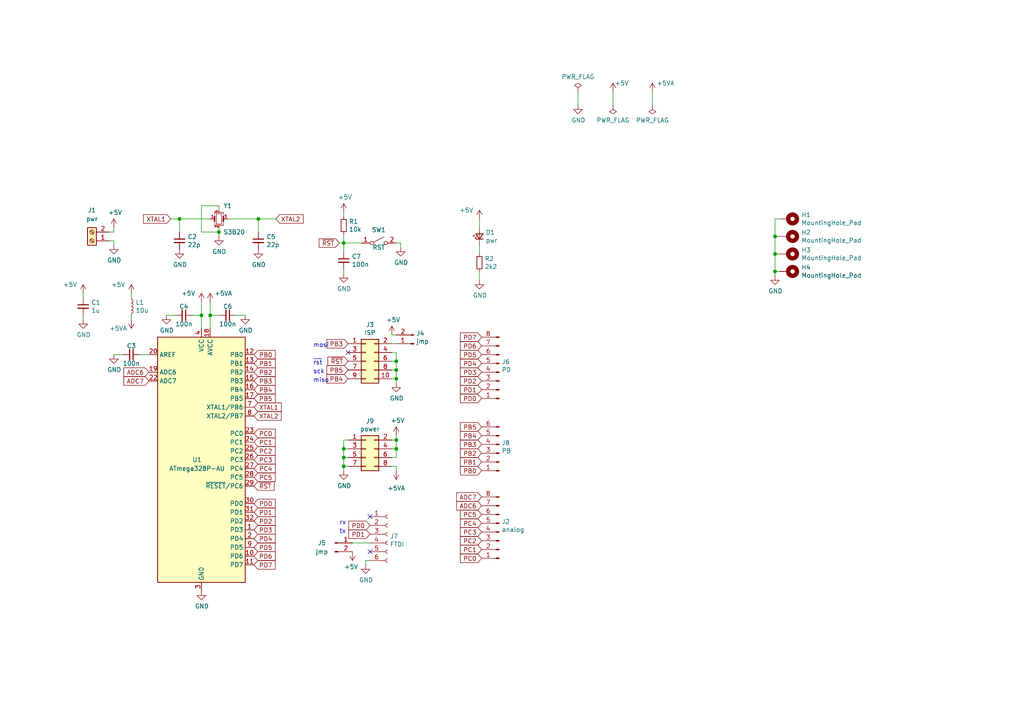
<source format=kicad_sch>
(kicad_sch (version 20211123) (generator eeschema)
  (paper "A4")
  (lib_symbols
    (symbol "Connector:Conn_01x02_Male" (pin_names (offset 1.016) hide)
      (property "Reference" "J" (at 0 2.54 0))
      (property "Value" "Conn_01x02_Male" (at 0 -5.08 0))
      (symbol "Conn_01x02_Male_1_1"
        (polyline (pts (xy 1.27 -2.54) (xy 0.8636 -2.54)) (stroke (width 0.1524)))
        (polyline (pts (xy 1.27 0) (xy 0.8636 0)) (stroke (width 0.1524)))
        (rectangle (start 0.8636 -2.413) (end 0 -2.667) (stroke (width 0.1524)) (fill (type outline)))
        (rectangle (start 0.8636 0.127) (end 0 -0.127) (stroke (width 0.1524)) (fill (type outline)))
        (pin passive line (at 5.08 0 180) (length 3.81) (name "Pin_1") (number "1"))
        (pin passive line (at 5.08 -2.54 180) (length 3.81) (name "Pin_2") (number "2"))
      )
    )
    (symbol "Connector:Conn_01x06_Female" (pin_names (offset 1.016) hide)
      (property "Reference" "J" (at 0 7.62 0))
      (property "Value" "Conn_01x06_Female" (at 0 -10.16 0))
      (symbol "Conn_01x06_Female_1_1"
        (arc (start 0 -7.112) (mid -0.508 -7.62) (end 0 -8.128) (stroke (width 0.1524)))
        (arc (start 0 -4.572) (mid -0.508 -5.08) (end 0 -5.588) (stroke (width 0.1524)))
        (arc (start 0 -2.032) (mid -0.508 -2.54) (end 0 -3.048) (stroke (width 0.1524)))
        (polyline (pts (xy -1.27 -7.62) (xy -0.508 -7.62)) (stroke (width 0.1524)))
        (polyline (pts (xy -1.27 -5.08) (xy -0.508 -5.08)) (stroke (width 0.1524)))
        (polyline (pts (xy -1.27 -2.54) (xy -0.508 -2.54)) (stroke (width 0.1524)))
        (polyline (pts (xy -1.27 0) (xy -0.508 0)) (stroke (width 0.1524)))
        (polyline (pts (xy -1.27 2.54) (xy -0.508 2.54)) (stroke (width 0.1524)))
        (polyline (pts (xy -1.27 5.08) (xy -0.508 5.08)) (stroke (width 0.1524)))
        (arc (start 0 0.508) (mid -0.508 0) (end 0 -0.508) (stroke (width 0.1524)))
        (arc (start 0 3.048) (mid -0.508 2.54) (end 0 2.032) (stroke (width 0.1524)))
        (arc (start 0 5.588) (mid -0.508 5.08) (end 0 4.572) (stroke (width 0.1524)))
        (pin passive line (at -5.08 5.08 0) (length 3.81) (name "Pin_1") (number "1"))
        (pin passive line (at -5.08 2.54 0) (length 3.81) (name "Pin_2") (number "2"))
        (pin passive line (at -5.08 0 0) (length 3.81) (name "Pin_3") (number "3"))
        (pin passive line (at -5.08 -2.54 0) (length 3.81) (name "Pin_4") (number "4"))
        (pin passive line (at -5.08 -5.08 0) (length 3.81) (name "Pin_5") (number "5"))
        (pin passive line (at -5.08 -7.62 0) (length 3.81) (name "Pin_6") (number "6"))
      )
    )
    (symbol "Connector:Conn_01x06_Male" (pin_names (offset 1.016) hide)
      (property "Reference" "J" (at 0 7.62 0))
      (property "Value" "Conn_01x06_Male" (at 0 -10.16 0))
      (symbol "Conn_01x06_Male_1_1"
        (polyline (pts (xy 1.27 -7.62) (xy 0.8636 -7.62)) (stroke (width 0.1524)))
        (polyline (pts (xy 1.27 -5.08) (xy 0.8636 -5.08)) (stroke (width 0.1524)))
        (polyline (pts (xy 1.27 -2.54) (xy 0.8636 -2.54)) (stroke (width 0.1524)))
        (polyline (pts (xy 1.27 0) (xy 0.8636 0)) (stroke (width 0.1524)))
        (polyline (pts (xy 1.27 2.54) (xy 0.8636 2.54)) (stroke (width 0.1524)))
        (polyline (pts (xy 1.27 5.08) (xy 0.8636 5.08)) (stroke (width 0.1524)))
        (rectangle (start 0.8636 -7.493) (end 0 -7.747) (stroke (width 0.1524)) (fill (type outline)))
        (rectangle (start 0.8636 -4.953) (end 0 -5.207) (stroke (width 0.1524)) (fill (type outline)))
        (rectangle (start 0.8636 -2.413) (end 0 -2.667) (stroke (width 0.1524)) (fill (type outline)))
        (rectangle (start 0.8636 0.127) (end 0 -0.127) (stroke (width 0.1524)) (fill (type outline)))
        (rectangle (start 0.8636 2.667) (end 0 2.413) (stroke (width 0.1524)) (fill (type outline)))
        (rectangle (start 0.8636 5.207) (end 0 4.953) (stroke (width 0.1524)) (fill (type outline)))
        (pin passive line (at 5.08 5.08 180) (length 3.81) (name "Pin_1") (number "1"))
        (pin passive line (at 5.08 2.54 180) (length 3.81) (name "Pin_2") (number "2"))
        (pin passive line (at 5.08 0 180) (length 3.81) (name "Pin_3") (number "3"))
        (pin passive line (at 5.08 -2.54 180) (length 3.81) (name "Pin_4") (number "4"))
        (pin passive line (at 5.08 -5.08 180) (length 3.81) (name "Pin_5") (number "5"))
        (pin passive line (at 5.08 -7.62 180) (length 3.81) (name "Pin_6") (number "6"))
      )
    )
    (symbol "Connector:Conn_01x08_Male" (pin_names (offset 1.016) hide)
      (property "Reference" "J" (at 0 10.16 0))
      (property "Value" "Conn_01x08_Male" (at 0 -12.7 0))
      (symbol "Conn_01x08_Male_1_1"
        (polyline (pts (xy 1.27 -10.16) (xy 0.8636 -10.16)) (stroke (width 0.1524)))
        (polyline (pts (xy 1.27 -7.62) (xy 0.8636 -7.62)) (stroke (width 0.1524)))
        (polyline (pts (xy 1.27 -5.08) (xy 0.8636 -5.08)) (stroke (width 0.1524)))
        (polyline (pts (xy 1.27 -2.54) (xy 0.8636 -2.54)) (stroke (width 0.1524)))
        (polyline (pts (xy 1.27 0) (xy 0.8636 0)) (stroke (width 0.1524)))
        (polyline (pts (xy 1.27 2.54) (xy 0.8636 2.54)) (stroke (width 0.1524)))
        (polyline (pts (xy 1.27 5.08) (xy 0.8636 5.08)) (stroke (width 0.1524)))
        (polyline (pts (xy 1.27 7.62) (xy 0.8636 7.62)) (stroke (width 0.1524)))
        (rectangle (start 0.8636 -10.033) (end 0 -10.287) (stroke (width 0.1524)) (fill (type outline)))
        (rectangle (start 0.8636 -7.493) (end 0 -7.747) (stroke (width 0.1524)) (fill (type outline)))
        (rectangle (start 0.8636 -4.953) (end 0 -5.207) (stroke (width 0.1524)) (fill (type outline)))
        (rectangle (start 0.8636 -2.413) (end 0 -2.667) (stroke (width 0.1524)) (fill (type outline)))
        (rectangle (start 0.8636 0.127) (end 0 -0.127) (stroke (width 0.1524)) (fill (type outline)))
        (rectangle (start 0.8636 2.667) (end 0 2.413) (stroke (width 0.1524)) (fill (type outline)))
        (rectangle (start 0.8636 5.207) (end 0 4.953) (stroke (width 0.1524)) (fill (type outline)))
        (rectangle (start 0.8636 7.747) (end 0 7.493) (stroke (width 0.1524)) (fill (type outline)))
        (pin passive line (at 5.08 7.62 180) (length 3.81) (name "Pin_1") (number "1"))
        (pin passive line (at 5.08 5.08 180) (length 3.81) (name "Pin_2") (number "2"))
        (pin passive line (at 5.08 2.54 180) (length 3.81) (name "Pin_3") (number "3"))
        (pin passive line (at 5.08 0 180) (length 3.81) (name "Pin_4") (number "4"))
        (pin passive line (at 5.08 -2.54 180) (length 3.81) (name "Pin_5") (number "5"))
        (pin passive line (at 5.08 -5.08 180) (length 3.81) (name "Pin_6") (number "6"))
        (pin passive line (at 5.08 -7.62 180) (length 3.81) (name "Pin_7") (number "7"))
        (pin passive line (at 5.08 -10.16 180) (length 3.81) (name "Pin_8") (number "8"))
      )
    )
    (symbol "Connector:Screw_Terminal_01x02" (pin_names (offset 1.016) hide)
      (property "Reference" "J" (at 0 2.54 0))
      (property "Value" "Screw_Terminal_01x02" (at 0 -5.08 0))
      (symbol "Screw_Terminal_01x02_1_1"
        (rectangle (start -1.27 1.27) (end 1.27 -3.81) (stroke (width 0.254)) (fill (type background)))
        (circle (center 0 -2.54) (radius 0.635) (stroke (width 0.1524)))
        (polyline (pts (xy -0.5334 -2.2098) (xy 0.3302 -3.048)) (stroke (width 0.1524)))
        (polyline (pts (xy -0.5334 0.3302) (xy 0.3302 -0.508)) (stroke (width 0.1524)))
        (polyline (pts (xy -0.3556 -2.032) (xy 0.508 -2.8702)) (stroke (width 0.1524)))
        (polyline (pts (xy -0.3556 0.508) (xy 0.508 -0.3302)) (stroke (width 0.1524)))
        (circle (center 0 0) (radius 0.635) (stroke (width 0.1524)))
        (pin passive line (at -5.08 0 0) (length 3.81) (name "Pin_1") (number "1"))
        (pin passive line (at -5.08 -2.54 0) (length 3.81) (name "Pin_2") (number "2"))
      )
    )
    (symbol "Connector_Generic:Conn_02x04_Odd_Even" (pin_names (offset 1.016) hide)
      (property "Reference" "J" (at 1.27 5.08 0))
      (property "Value" "Conn_02x04_Odd_Even" (at 1.27 -7.62 0))
      (symbol "Conn_02x04_Odd_Even_1_1"
        (rectangle (start -1.27 -4.953) (end 0 -5.207) (stroke (width 0.1524)))
        (rectangle (start -1.27 -2.413) (end 0 -2.667) (stroke (width 0.1524)))
        (rectangle (start -1.27 0.127) (end 0 -0.127) (stroke (width 0.1524)))
        (rectangle (start -1.27 2.667) (end 0 2.413) (stroke (width 0.1524)))
        (rectangle (start -1.27 3.81) (end 3.81 -6.35) (stroke (width 0.254)) (fill (type background)))
        (rectangle (start 3.81 -4.953) (end 2.54 -5.207) (stroke (width 0.1524)))
        (rectangle (start 3.81 -2.413) (end 2.54 -2.667) (stroke (width 0.1524)))
        (rectangle (start 3.81 0.127) (end 2.54 -0.127) (stroke (width 0.1524)))
        (rectangle (start 3.81 2.667) (end 2.54 2.413) (stroke (width 0.1524)))
        (pin passive line (at -5.08 2.54 0) (length 3.81) (name "Pin_1") (number "1"))
        (pin passive line (at 7.62 2.54 180) (length 3.81) (name "Pin_2") (number "2"))
        (pin passive line (at -5.08 0 0) (length 3.81) (name "Pin_3") (number "3"))
        (pin passive line (at 7.62 0 180) (length 3.81) (name "Pin_4") (number "4"))
        (pin passive line (at -5.08 -2.54 0) (length 3.81) (name "Pin_5") (number "5"))
        (pin passive line (at 7.62 -2.54 180) (length 3.81) (name "Pin_6") (number "6"))
        (pin passive line (at -5.08 -5.08 0) (length 3.81) (name "Pin_7") (number "7"))
        (pin passive line (at 7.62 -5.08 180) (length 3.81) (name "Pin_8") (number "8"))
      )
    )
    (symbol "Connector_Generic:Conn_02x05_Odd_Even" (pin_names (offset 1.016) hide)
      (property "Reference" "J" (at 1.27 7.62 0))
      (property "Value" "Conn_02x05_Odd_Even" (at 1.27 -7.62 0))
      (symbol "Conn_02x05_Odd_Even_1_1"
        (rectangle (start -1.27 -4.953) (end 0 -5.207) (stroke (width 0.1524)))
        (rectangle (start -1.27 -2.413) (end 0 -2.667) (stroke (width 0.1524)))
        (rectangle (start -1.27 0.127) (end 0 -0.127) (stroke (width 0.1524)))
        (rectangle (start -1.27 2.667) (end 0 2.413) (stroke (width 0.1524)))
        (rectangle (start -1.27 5.207) (end 0 4.953) (stroke (width 0.1524)))
        (rectangle (start -1.27 6.35) (end 3.81 -6.35) (stroke (width 0.254)) (fill (type background)))
        (rectangle (start 3.81 -4.953) (end 2.54 -5.207) (stroke (width 0.1524)))
        (rectangle (start 3.81 -2.413) (end 2.54 -2.667) (stroke (width 0.1524)))
        (rectangle (start 3.81 0.127) (end 2.54 -0.127) (stroke (width 0.1524)))
        (rectangle (start 3.81 2.667) (end 2.54 2.413) (stroke (width 0.1524)))
        (rectangle (start 3.81 5.207) (end 2.54 4.953) (stroke (width 0.1524)))
        (pin passive line (at -5.08 5.08 0) (length 3.81) (name "Pin_1") (number "1"))
        (pin passive line (at 7.62 -5.08 180) (length 3.81) (name "Pin_10") (number "10"))
        (pin passive line (at 7.62 5.08 180) (length 3.81) (name "Pin_2") (number "2"))
        (pin passive line (at -5.08 2.54 0) (length 3.81) (name "Pin_3") (number "3"))
        (pin passive line (at 7.62 2.54 180) (length 3.81) (name "Pin_4") (number "4"))
        (pin passive line (at -5.08 0 0) (length 3.81) (name "Pin_5") (number "5"))
        (pin passive line (at 7.62 0 180) (length 3.81) (name "Pin_6") (number "6"))
        (pin passive line (at -5.08 -2.54 0) (length 3.81) (name "Pin_7") (number "7"))
        (pin passive line (at 7.62 -2.54 180) (length 3.81) (name "Pin_8") (number "8"))
        (pin passive line (at -5.08 -5.08 0) (length 3.81) (name "Pin_9") (number "9"))
      )
    )
    (symbol "Device:C_Small" (pin_numbers hide) (pin_names (offset 0.254) hide)
      (property "Reference" "C" (at 0.254 1.778 0))
      (property "Value" "C_Small" (at 0.254 -2.032 0))
      (symbol "C_Small_0_1"
        (polyline (pts (xy -1.524 -0.508) (xy 1.524 -0.508)) (stroke (width 0.3302)))
        (polyline (pts (xy -1.524 0.508) (xy 1.524 0.508)) (stroke (width 0.3048)))
      )
      (symbol "C_Small_1_1"
        (pin passive line (at 0 2.54 270) (length 2.032) (name "~") (number "1"))
        (pin passive line (at 0 -2.54 90) (length 2.032) (name "~") (number "2"))
      )
    )
    (symbol "Device:Crystal_GND24_Small" (pin_names (offset 1.016) hide)
      (property "Reference" "Y" (at 1.27 4.445 0))
      (property "Value" "Crystal_GND24_Small" (at 1.27 2.54 0))
      (symbol "Crystal_GND24_Small_0_1"
        (rectangle (start -0.762 -1.524) (end 0.762 1.524))
        (polyline (pts (xy -1.27 -0.762) (xy -1.27 0.762)) (stroke (width 0.381)))
        (polyline (pts (xy 1.27 -0.762) (xy 1.27 0.762)) (stroke (width 0.381)))
        (polyline (pts (xy -1.27 -1.27) (xy -1.27 -1.905) (xy 1.27 -1.905) (xy 1.27 -1.27)))
        (polyline (pts (xy -1.27 1.27) (xy -1.27 1.905) (xy 1.27 1.905) (xy 1.27 1.27)))
      )
      (symbol "Crystal_GND24_Small_1_1"
        (pin passive line (at -2.54 0 0) (length 1.27) (name "1") (number "1"))
        (pin passive line (at 0 -2.54 90) (length 0.635) (name "2") (number "2"))
        (pin passive line (at 2.54 0 180) (length 1.27) (name "3") (number "3"))
        (pin passive line (at 0 2.54 270) (length 0.635) (name "4") (number "4"))
      )
    )
    (symbol "Device:LED_Small" (pin_numbers hide) (pin_names (offset 0.254) hide)
      (property "Reference" "D" (at -1.27 3.175 0))
      (property "Value" "LED_Small" (at -4.445 -2.54 0))
      (symbol "LED_Small_0_1"
        (polyline (pts (xy -0.762 -1.016) (xy -0.762 1.016)) (stroke (width 0.254)))
        (polyline (pts (xy 1.016 0) (xy -0.762 0)))
        (polyline (pts (xy 0.762 -1.016) (xy -0.762 0) (xy 0.762 1.016) (xy 0.762 -1.016)) (stroke (width 0.254)))
        (polyline (pts (xy 0 0.762) (xy -0.508 1.27) (xy -0.254 1.27) (xy -0.508 1.27) (xy -0.508 1.016)))
        (polyline (pts (xy 0.508 1.27) (xy 0 1.778) (xy 0.254 1.778) (xy 0 1.778) (xy 0 1.524)))
      )
      (symbol "LED_Small_1_1"
        (pin passive line (at -2.54 0 0) (length 1.778) (name "K") (number "1"))
        (pin passive line (at 2.54 0 180) (length 1.778) (name "A") (number "2"))
      )
    )
    (symbol "Device:L_Small" (pin_numbers hide) (pin_names (offset 0.254) hide)
      (property "Reference" "L" (at 0.762 1.016 0))
      (property "Value" "L_Small" (at 0.762 -1.016 0))
      (symbol "L_Small_0_1"
        (arc (start 0 -2.032) (mid 0.508 -1.524) (end 0 -1.016))
        (arc (start 0 -1.016) (mid 0.508 -0.508) (end 0 0))
        (arc (start 0 0) (mid 0.508 0.508) (end 0 1.016))
        (arc (start 0 1.016) (mid 0.508 1.524) (end 0 2.032))
      )
      (symbol "L_Small_1_1"
        (pin passive line (at 0 2.54 270) (length 0.508) (name "~") (number "1"))
        (pin passive line (at 0 -2.54 90) (length 0.508) (name "~") (number "2"))
      )
    )
    (symbol "Device:R_Small" (pin_numbers hide) (pin_names (offset 0.254) hide)
      (property "Reference" "R" (at 0.762 0.508 0))
      (property "Value" "R_Small" (at 0.762 -1.016 0))
      (symbol "R_Small_0_1"
        (rectangle (start -0.762 1.778) (end 0.762 -1.778) (stroke (width 0.2032)))
      )
      (symbol "R_Small_1_1"
        (pin passive line (at 0 2.54 270) (length 0.762) (name "~") (number "1"))
        (pin passive line (at 0 -2.54 90) (length 0.762) (name "~") (number "2"))
      )
    )
    (symbol "MCU_Microchip_ATmega:ATmega328P-AU"
      (property "Reference" "U" (at -12.7 36.83 0))
      (property "Value" "MCU_Microchip_ATmega_ATmega328P-AU" (at 2.54 -36.83 0))
      (symbol "ATmega328P-AU_0_1"
        (rectangle (start -12.7 -35.56) (end 12.7 35.56) (stroke (width 0.254)) (fill (type background)))
      )
      (symbol "ATmega328P-AU_1_1"
        (pin bidirectional line (at 15.24 -20.32 180) (length 2.54) (name "PD3") (number "1"))
        (pin bidirectional line (at 15.24 -27.94 180) (length 2.54) (name "PD6") (number "10"))
        (pin bidirectional line (at 15.24 -30.48 180) (length 2.54) (name "PD7") (number "11"))
        (pin bidirectional line (at 15.24 30.48 180) (length 2.54) (name "PB0") (number "12"))
        (pin bidirectional line (at 15.24 27.94 180) (length 2.54) (name "PB1") (number "13"))
        (pin bidirectional line (at 15.24 25.4 180) (length 2.54) (name "PB2") (number "14"))
        (pin bidirectional line (at 15.24 22.86 180) (length 2.54) (name "PB3") (number "15"))
        (pin bidirectional line (at 15.24 20.32 180) (length 2.54) (name "PB4") (number "16"))
        (pin bidirectional line (at 15.24 17.78 180) (length 2.54) (name "PB5") (number "17"))
        (pin power_in line (at 2.54 38.1 270) (length 2.54) (name "AVCC") (number "18"))
        (pin input line (at -15.24 25.4 0) (length 2.54) (name "ADC6") (number "19"))
        (pin bidirectional line (at 15.24 -22.86 180) (length 2.54) (name "PD4") (number "2"))
        (pin passive line (at -15.24 30.48 0) (length 2.54) (name "AREF") (number "20"))
        (pin passive line (at 0 -38.1 90) (length 2.54) hide (name "GND") (number "21"))
        (pin input line (at -15.24 22.86 0) (length 2.54) (name "ADC7") (number "22"))
        (pin bidirectional line (at 15.24 7.62 180) (length 2.54) (name "PC0") (number "23"))
        (pin bidirectional line (at 15.24 5.08 180) (length 2.54) (name "PC1") (number "24"))
        (pin bidirectional line (at 15.24 2.54 180) (length 2.54) (name "PC2") (number "25"))
        (pin bidirectional line (at 15.24 0 180) (length 2.54) (name "PC3") (number "26"))
        (pin bidirectional line (at 15.24 -2.54 180) (length 2.54) (name "PC4") (number "27"))
        (pin bidirectional line (at 15.24 -5.08 180) (length 2.54) (name "PC5") (number "28"))
        (pin bidirectional line (at 15.24 -7.62 180) (length 2.54) (name "~{RESET}/PC6") (number "29"))
        (pin power_in line (at 0 -38.1 90) (length 2.54) (name "GND") (number "3"))
        (pin bidirectional line (at 15.24 -12.7 180) (length 2.54) (name "PD0") (number "30"))
        (pin bidirectional line (at 15.24 -15.24 180) (length 2.54) (name "PD1") (number "31"))
        (pin bidirectional line (at 15.24 -17.78 180) (length 2.54) (name "PD2") (number "32"))
        (pin power_in line (at 0 38.1 270) (length 2.54) (name "VCC") (number "4"))
        (pin passive line (at 0 -38.1 90) (length 2.54) hide (name "GND") (number "5"))
        (pin passive line (at 0 38.1 270) (length 2.54) hide (name "VCC") (number "6"))
        (pin bidirectional line (at 15.24 15.24 180) (length 2.54) (name "XTAL1/PB6") (number "7"))
        (pin bidirectional line (at 15.24 12.7 180) (length 2.54) (name "XTAL2/PB7") (number "8"))
        (pin bidirectional line (at 15.24 -25.4 180) (length 2.54) (name "PD5") (number "9"))
      )
    )
    (symbol "Mechanical:MountingHole_Pad" (pin_numbers hide) (pin_names (offset 1.016) hide)
      (property "Reference" "H" (at 0 6.35 0))
      (property "Value" "MountingHole_Pad" (at 0 4.445 0))
      (symbol "MountingHole_Pad_0_1"
        (circle (center 0 1.27) (radius 1.27) (stroke (width 1.27)))
      )
      (symbol "MountingHole_Pad_1_1"
        (pin input line (at 0 -2.54 90) (length 2.54) (name "1") (number "1"))
      )
    )
    (symbol "Switch:SW_SPST" (pin_names (offset 0) hide)
      (property "Reference" "SW" (at 0 3.175 0))
      (property "Value" "SW_SPST" (at 0 -2.54 0))
      (symbol "SW_SPST_0_0"
        (circle (center -2.032 0) (radius 0.508))
        (polyline (pts (xy -1.524 0.254) (xy 1.524 1.778)))
        (circle (center 2.032 0) (radius 0.508))
      )
      (symbol "SW_SPST_1_1"
        (pin passive line (at -5.08 0 0) (length 2.54) (name "A") (number "1"))
        (pin passive line (at 5.08 0 180) (length 2.54) (name "B") (number "2"))
      )
    )
    (symbol "power:+5V" (power) (pin_names (offset 0))
      (property "Value" "+5V" (at 0 3.556 0))
      (symbol "+5V_0_1"
        (polyline (pts (xy -0.762 1.27) (xy 0 2.54)))
        (polyline (pts (xy 0 0) (xy 0 2.54)))
        (polyline (pts (xy 0 2.54) (xy 0.762 1.27)))
      )
      (symbol "+5V_1_1"
        (pin power_in line (at 0 0 90) (length 0) hide (name "+5V") (number "1"))
      )
    )
    (symbol "power:+5VA" (power) (pin_names (offset 0))
      (property "Value" "+5VA" (at 0 3.556 0))
      (symbol "+5VA_0_1"
        (polyline (pts (xy -0.762 1.27) (xy 0 2.54)))
        (polyline (pts (xy 0 0) (xy 0 2.54)))
        (polyline (pts (xy 0 2.54) (xy 0.762 1.27)))
      )
      (symbol "+5VA_1_1"
        (pin power_in line (at 0 0 90) (length 0) hide (name "+5VA") (number "1"))
      )
    )
    (symbol "power:GND" (power) (pin_names (offset 0))
      (property "Value" "GND" (at 0 -3.81 0))
      (symbol "GND_0_1"
        (polyline (pts (xy 0 0) (xy 0 -1.27) (xy 1.27 -1.27) (xy 0 -2.54) (xy -1.27 -1.27) (xy 0 -1.27)))
      )
      (symbol "GND_1_1"
        (pin power_in line (at 0 0 270) (length 0) hide (name "GND") (number "1"))
      )
    )
    (symbol "power:PWR_FLAG" (power) (pin_numbers hide) (pin_names (offset 0) hide)
      (property "Value" "PWR_FLAG" (at 0 3.81 0))
      (symbol "PWR_FLAG_0_0"
        (pin power_out line (at 0 0 90) (length 0) (name "pwr") (number "1"))
      )
      (symbol "PWR_FLAG_0_1"
        (polyline (pts (xy 0 0) (xy 0 1.27) (xy -1.016 1.905) (xy 0 2.54) (xy 1.016 1.905) (xy 0 1.27)))
      )
    )
  )
  (junction (at 114.935 104.775))
  (junction (at 99.695 130.175))
  (junction (at 114.935 127.635))
  (junction (at 63.5 67.31))
  (junction (at 52.07 63.5))
  (junction (at 224.79 78.74))
  (junction (at 99.695 132.715))
  (junction (at 74.93 63.5))
  (junction (at 114.935 109.855))
  (junction (at 60.96 91.44))
  (junction (at 224.79 73.66))
  (junction (at 99.695 70.485))
  (junction (at 114.935 107.315))
  (junction (at 58.42 91.44))
  (junction (at 99.695 135.255))
  (junction (at 224.79 68.58))
  (junction (at 114.935 130.175))
  (no_connect (at 107.315 149.86))
  (no_connect (at 107.315 160.02))
  (no_connect (at 100.965 102.235))
  (wire (pts (xy 106.045 163.83) (xy 106.045 162.56)))
  (wire (pts (xy 58.42 59.69) (xy 63.5 59.69)))
  (wire (pts (xy 116.205 70.485) (xy 114.935 70.485)))
  (wire (pts (xy 33.02 69.85) (xy 33.02 71.12)))
  (wire (pts (xy 38.1 86.36) (xy 38.1 85.09)))
  (wire (pts (xy 226.06 78.74) (xy 224.79 78.74)))
  (wire (pts (xy 58.42 67.31) (xy 58.42 59.69)))
  (wire (pts (xy 50.8 91.44) (xy 48.26 91.44)))
  (wire (pts (xy 99.695 132.715) (xy 99.695 135.255)))
  (wire (pts (xy 52.07 67.31) (xy 52.07 63.5)))
  (wire (pts (xy 104.775 70.485) (xy 99.695 70.485)))
  (wire (pts (xy 74.93 63.5) (xy 66.04 63.5)))
  (wire (pts (xy 60.96 91.44) (xy 60.96 87.63)))
  (wire (pts (xy 114.935 99.695) (xy 113.665 99.695)))
  (wire (pts (xy 106.045 162.56) (xy 107.315 162.56)))
  (wire (pts (xy 24.13 86.36) (xy 24.13 85.09)))
  (wire (pts (xy 80.01 63.5) (xy 74.93 63.5)))
  (wire (pts (xy 114.935 104.775) (xy 114.935 107.315)))
  (wire (pts (xy 33.02 67.31) (xy 33.02 66.04)))
  (wire (pts (xy 224.79 73.66) (xy 224.79 68.58)))
  (wire (pts (xy 71.12 91.44) (xy 68.58 91.44)))
  (wire (pts (xy 31.75 67.31) (xy 33.02 67.31)))
  (wire (pts (xy 113.665 104.775) (xy 114.935 104.775)))
  (wire (pts (xy 177.8 26.67) (xy 177.8 30.48)))
  (wire (pts (xy 113.665 102.235) (xy 114.935 102.235)))
  (wire (pts (xy 226.06 68.58) (xy 224.79 68.58)))
  (wire (pts (xy 113.665 107.315) (xy 114.935 107.315)))
  (wire (pts (xy 99.695 70.485) (xy 99.695 67.945)))
  (wire (pts (xy 100.965 135.255) (xy 99.695 135.255)))
  (wire (pts (xy 58.42 87.63) (xy 58.42 91.44)))
  (wire (pts (xy 114.935 107.315) (xy 114.935 109.855)))
  (wire (pts (xy 113.665 132.715) (xy 114.935 132.715)))
  (wire (pts (xy 224.79 63.5) (xy 226.06 63.5)))
  (wire (pts (xy 139.065 66.04) (xy 139.065 63.5)))
  (wire (pts (xy 167.64 30.48) (xy 167.64 26.67)))
  (wire (pts (xy 139.065 81.28) (xy 139.065 78.74)))
  (wire (pts (xy 40.64 102.87) (xy 43.18 102.87)))
  (wire (pts (xy 63.5 68.58) (xy 63.5 67.31)))
  (wire (pts (xy 114.935 126.365) (xy 114.935 127.635)))
  (wire (pts (xy 99.695 79.375) (xy 99.695 78.105)))
  (wire (pts (xy 74.93 67.31) (xy 74.93 63.5)))
  (wire (pts (xy 99.695 127.635) (xy 100.965 127.635)))
  (wire (pts (xy 102.235 157.48) (xy 107.315 157.48)))
  (wire (pts (xy 114.935 109.855) (xy 114.935 111.125)))
  (wire (pts (xy 31.75 69.85) (xy 33.02 69.85)))
  (wire (pts (xy 114.935 132.715) (xy 114.935 130.175)))
  (wire (pts (xy 99.695 132.715) (xy 100.965 132.715)))
  (wire (pts (xy 24.13 92.71) (xy 24.13 91.44)))
  (wire (pts (xy 224.79 68.58) (xy 224.79 63.5)))
  (wire (pts (xy 114.935 102.235) (xy 114.935 104.775)))
  (wire (pts (xy 58.42 91.44) (xy 58.42 95.25)))
  (wire (pts (xy 114.935 135.255) (xy 114.935 136.525)))
  (wire (pts (xy 224.79 78.74) (xy 224.79 73.66)))
  (wire (pts (xy 60.96 91.44) (xy 63.5 91.44)))
  (wire (pts (xy 116.205 71.755) (xy 116.205 70.485)))
  (wire (pts (xy 113.665 135.255) (xy 114.935 135.255)))
  (wire (pts (xy 114.935 130.175) (xy 114.935 127.635)))
  (wire (pts (xy 63.5 67.31) (xy 63.5 66.04)))
  (wire (pts (xy 60.96 95.25) (xy 60.96 91.44)))
  (wire (pts (xy 38.1 92.71) (xy 38.1 91.44)))
  (wire (pts (xy 114.935 130.175) (xy 113.665 130.175)))
  (wire (pts (xy 99.695 135.255) (xy 99.695 136.525)))
  (wire (pts (xy 99.695 130.175) (xy 99.695 132.715)))
  (wire (pts (xy 224.79 78.74) (xy 224.79 80.01)))
  (wire (pts (xy 224.79 73.66) (xy 226.06 73.66)))
  (wire (pts (xy 63.5 59.69) (xy 63.5 60.96)))
  (wire (pts (xy 55.88 91.44) (xy 58.42 91.44)))
  (wire (pts (xy 63.5 67.31) (xy 58.42 67.31)))
  (wire (pts (xy 113.665 109.855) (xy 114.935 109.855)))
  (wire (pts (xy 189.23 30.48) (xy 189.23 26.67)))
  (wire (pts (xy 99.695 73.025) (xy 99.695 70.485)))
  (wire (pts (xy 100.965 130.175) (xy 99.695 130.175)))
  (wire (pts (xy 33.02 102.87) (xy 35.56 102.87)))
  (wire (pts (xy 113.665 97.155) (xy 114.935 97.155)))
  (wire (pts (xy 99.695 62.865) (xy 99.695 61.595)))
  (wire (pts (xy 139.065 73.66) (xy 139.065 71.12)))
  (wire (pts (xy 49.53 63.5) (xy 52.07 63.5)))
  (wire (pts (xy 98.425 70.485) (xy 99.695 70.485)))
  (wire (pts (xy 99.695 127.635) (xy 99.695 130.175)))
  (wire (pts (xy 52.07 63.5) (xy 60.96 63.5)))
  (wire (pts (xy 114.935 127.635) (xy 113.665 127.635)))
  (text "rx" (at 98.425 152.4 0) (effects (font (size 1.27 1.27)) (justify left bottom)))
  (text "tx" (at 98.425 154.94 0) (effects (font (size 1.27 1.27)) (justify left bottom)))
  (text "~{rst}" (at 90.805 106.045 0) (effects (font (size 1.27 1.27)) (justify left bottom)))
  (text "sck" (at 90.805 108.585 0) (effects (font (size 1.27 1.27)) (justify left bottom)))
  (text "mosi" (at 90.805 100.965 0) (effects (font (size 1.27 1.27)) (justify left bottom)))
  (text "miso" (at 90.805 111.125 0) (effects (font (size 1.27 1.27)) (justify left bottom)))
  (global_label "PB3" (shape input) (at 100.965 99.695 180) (property "Intersheet References" "${INTERSHEET_REFS}" (effects hide)))
  (global_label "PD4" (shape input) (at 73.66 156.21 0) (property "Intersheet References" "${INTERSHEET_REFS}" (effects hide)))
  (global_label "PD7" (shape input) (at 73.66 163.83 0) (property "Intersheet References" "${INTERSHEET_REFS}" (effects hide)))
  (global_label "PB2" (shape input) (at 139.7 131.445 180) (property "Intersheet References" "${INTERSHEET_REFS}" (effects hide)))
  (global_label "PB2" (shape input) (at 73.66 107.95 0) (property "Intersheet References" "${INTERSHEET_REFS}" (effects hide)))
  (global_label "PD2" (shape input) (at 73.66 151.13 0) (property "Intersheet References" "${INTERSHEET_REFS}" (effects hide)))
  (global_label "PD3" (shape input) (at 139.7 107.95 180) (property "Intersheet References" "${INTERSHEET_REFS}" (effects hide)))
  (global_label "PB3" (shape input) (at 73.66 110.49 0) (property "Intersheet References" "${INTERSHEET_REFS}" (effects hide)))
  (global_label "PD0" (shape input) (at 73.66 146.05 0) (property "Intersheet References" "${INTERSHEET_REFS}" (effects hide)))
  (global_label "PD7" (shape input) (at 139.7 97.79 180) (property "Intersheet References" "${INTERSHEET_REFS}" (effects hide)))
  (global_label "~{RST}" (shape input) (at 100.965 104.775 180) (property "Intersheet References" "${INTERSHEET_REFS}" (effects hide)))
  (global_label "ADC6" (shape input) (at 139.7 146.685 180) (property "Intersheet References" "${INTERSHEET_REFS}" (effects hide)))
  (global_label "PB5" (shape input) (at 139.7 123.825 180) (property "Intersheet References" "${INTERSHEET_REFS}" (effects hide)))
  (global_label "PB1" (shape input) (at 139.7 133.985 180) (property "Intersheet References" "${INTERSHEET_REFS}" (effects hide)))
  (global_label "PC0" (shape input) (at 139.7 161.925 180) (property "Intersheet References" "${INTERSHEET_REFS}" (effects hide)))
  (global_label "ADC7" (shape input) (at 43.18 110.49 180) (property "Intersheet References" "${INTERSHEET_REFS}" (effects hide)))
  (global_label "PD0" (shape input) (at 107.315 152.4 180) (property "Intersheet References" "${INTERSHEET_REFS}" (effects hide)))
  (global_label "XTAL2" (shape input) (at 80.01 63.5 0) (property "Intersheet References" "${INTERSHEET_REFS}" (effects hide)))
  (global_label "PC3" (shape input) (at 139.7 154.305 180) (property "Intersheet References" "${INTERSHEET_REFS}" (effects hide)))
  (global_label "PB0" (shape input) (at 73.66 102.87 0) (property "Intersheet References" "${INTERSHEET_REFS}" (effects hide)))
  (global_label "PC0" (shape input) (at 73.66 125.73 0) (property "Intersheet References" "${INTERSHEET_REFS}" (effects hide)))
  (global_label "~{RST}" (shape input) (at 98.425 70.485 180) (property "Intersheet References" "${INTERSHEET_REFS}" (effects hide)))
  (global_label "PC4" (shape input) (at 73.66 135.89 0) (property "Intersheet References" "${INTERSHEET_REFS}" (effects hide)))
  (global_label "PD5" (shape input) (at 73.66 158.75 0) (property "Intersheet References" "${INTERSHEET_REFS}" (effects hide)))
  (global_label "~{RST}" (shape input) (at 73.66 140.97 0) (property "Intersheet References" "${INTERSHEET_REFS}" (effects hide)))
  (global_label "PC1" (shape input) (at 73.66 128.27 0) (property "Intersheet References" "${INTERSHEET_REFS}" (effects hide)))
  (global_label "PB1" (shape input) (at 73.66 105.41 0) (property "Intersheet References" "${INTERSHEET_REFS}" (effects hide)))
  (global_label "PD5" (shape input) (at 139.7 102.87 180) (property "Intersheet References" "${INTERSHEET_REFS}" (effects hide)))
  (global_label "PB5" (shape input) (at 100.965 107.315 180) (property "Intersheet References" "${INTERSHEET_REFS}" (effects hide)))
  (global_label "PD6" (shape input) (at 139.7 100.33 180) (property "Intersheet References" "${INTERSHEET_REFS}" (effects hide)))
  (global_label "PC3" (shape input) (at 73.66 133.35 0) (property "Intersheet References" "${INTERSHEET_REFS}" (effects hide)))
  (global_label "PD3" (shape input) (at 73.66 153.67 0) (property "Intersheet References" "${INTERSHEET_REFS}" (effects hide)))
  (global_label "PB5" (shape input) (at 73.66 115.57 0) (property "Intersheet References" "${INTERSHEET_REFS}" (effects hide)))
  (global_label "PC5" (shape input) (at 139.7 149.225 180) (property "Intersheet References" "${INTERSHEET_REFS}" (effects hide)))
  (global_label "PD2" (shape input) (at 139.7 110.49 180) (property "Intersheet References" "${INTERSHEET_REFS}" (effects hide)))
  (global_label "PC2" (shape input) (at 139.7 156.845 180) (property "Intersheet References" "${INTERSHEET_REFS}" (effects hide)))
  (global_label "PD4" (shape input) (at 139.7 105.41 180) (property "Intersheet References" "${INTERSHEET_REFS}" (effects hide)))
  (global_label "PB4" (shape input) (at 73.66 113.03 0) (property "Intersheet References" "${INTERSHEET_REFS}" (effects hide)))
  (global_label "ADC6" (shape input) (at 43.18 107.95 180) (property "Intersheet References" "${INTERSHEET_REFS}" (effects hide)))
  (global_label "XTAL2" (shape input) (at 73.66 120.65 0) (property "Intersheet References" "${INTERSHEET_REFS}" (effects hide)))
  (global_label "PD1" (shape input) (at 107.315 154.94 180) (property "Intersheet References" "${INTERSHEET_REFS}" (effects hide)))
  (global_label "PB0" (shape input) (at 139.7 136.525 180) (property "Intersheet References" "${INTERSHEET_REFS}" (effects hide)))
  (global_label "XTAL1" (shape input) (at 49.53 63.5 180) (property "Intersheet References" "${INTERSHEET_REFS}" (effects hide)))
  (global_label "PD6" (shape input) (at 73.66 161.29 0) (property "Intersheet References" "${INTERSHEET_REFS}" (effects hide)))
  (global_label "PC2" (shape input) (at 73.66 130.81 0) (property "Intersheet References" "${INTERSHEET_REFS}" (effects hide)))
  (global_label "PB3" (shape input) (at 139.7 128.905 180) (property "Intersheet References" "${INTERSHEET_REFS}" (effects hide)))
  (global_label "PD1" (shape input) (at 139.7 113.03 180) (property "Intersheet References" "${INTERSHEET_REFS}" (effects hide)))
  (global_label "ADC7" (shape input) (at 139.7 144.145 180) (property "Intersheet References" "${INTERSHEET_REFS}" (effects hide)))
  (global_label "PC5" (shape input) (at 73.66 138.43 0) (property "Intersheet References" "${INTERSHEET_REFS}" (effects hide)))
  (global_label "PC1" (shape input) (at 139.7 159.385 180) (property "Intersheet References" "${INTERSHEET_REFS}" (effects hide)))
  (global_label "PB4" (shape input) (at 139.7 126.365 180) (property "Intersheet References" "${INTERSHEET_REFS}" (effects hide)))
  (global_label "XTAL1" (shape input) (at 73.66 118.11 0) (property "Intersheet References" "${INTERSHEET_REFS}" (effects hide)))
  (global_label "PD1" (shape input) (at 73.66 148.59 0) (property "Intersheet References" "${INTERSHEET_REFS}" (effects hide)))
  (global_label "PB4" (shape input) (at 100.965 109.855 180) (property "Intersheet References" "${INTERSHEET_REFS}" (effects hide)))
  (global_label "PC4" (shape input) (at 139.7 151.765 180) (property "Intersheet References" "${INTERSHEET_REFS}" (effects hide)))
  (global_label "PD0" (shape input) (at 139.7 115.57 180) (property "Intersheet References" "${INTERSHEET_REFS}" (effects hide)))
  (symbol (lib_id "MCU_Microchip_ATmega:ATmega328P-AU") (at 58.42 133.35 0) (unit 1)
    (property "Reference" "U1" (at 57.15 133.35 0))
    (property "Value" "ATmega328P-AU" (at 57.15 135.89 0))
    (property "Footprint" "Package_QFP:TQFP-32_7x7mm_P0.8mm" (effects hide))
    (property "Datasheet" "http://ww1.microchip.com/downloads/en/DeviceDoc/ATmega328_P%20AVR%20MCU%20with%20picoPower%20Technology%20Data%20Sheet%2040001984A.pdf" (effects hide))
  )
  (symbol (lib_id "power:GND") (at 58.42 171.45 0) (unit 1)
    (property "Reference" "#PWR013" (effects hide))
    (property "Value" "GND" (at 58.547 175.8442 0))
  )
  (symbol (lib_id "power:+5V") (at 58.42 87.63 0) (unit 1)
    (property "Reference" "#PWR012" (effects hide))
    (property "Value" "+5V" (at 54.61 85.09 0))
  )
  (symbol (lib_id "power:+5VA") (at 60.96 87.63 0) (unit 1)
    (property "Reference" "#PWR014" (effects hide))
    (property "Value" "+5VA" (at 64.77 85.09 0))
  )
  (symbol (lib_id "Device:C_Small") (at 66.04 91.44 270) (unit 1)
    (property "Reference" "C6" (at 66.04 88.9 90))
    (property "Value" "100n" (at 66.04 93.98 90))
    (property "Footprint" "Capacitor_SMD:C_0805_2012Metric_Pad1.15x1.40mm_HandSolder" (effects hide))
  )
  (symbol (lib_id "Device:C_Small") (at 53.34 91.44 270) (unit 1)
    (property "Reference" "C4" (at 53.34 88.9 90))
    (property "Value" "100n" (at 53.34 93.98 90))
    (property "Footprint" "Capacitor_SMD:C_0805_2012Metric_Pad1.15x1.40mm_HandSolder" (effects hide))
  )
  (symbol (lib_id "power:GND") (at 48.26 91.44 0) (unit 1)
    (property "Reference" "#PWR010" (effects hide))
    (property "Value" "GND" (at 48.387 95.8342 0))
  )
  (symbol (lib_id "power:GND") (at 71.12 91.44 0) (unit 1)
    (property "Reference" "#PWR015" (effects hide))
    (property "Value" "GND" (at 71.247 95.8342 0))
  )
  (symbol (lib_id "Device:L_Small") (at 38.1 88.9 0) (unit 1)
    (property "Reference" "L1" (at 39.3192 87.7316 0) (effects (justify left)))
    (property "Value" "10u" (at 39.3192 90.043 0) (effects (justify left)))
    (property "Footprint" "Inductor_SMD:L_0805_2012Metric_Pad1.15x1.40mm_HandSolder" (effects hide))
  )
  (symbol (lib_id "power:+5V") (at 38.1 85.09 0) (unit 1)
    (property "Reference" "#PWR05" (effects hide))
    (property "Value" "+5V" (at 34.29 82.55 0))
  )
  (symbol (lib_id "power:+5VA") (at 38.1 92.71 180) (unit 1)
    (property "Reference" "#PWR06" (effects hide))
    (property "Value" "+5VA" (at 34.29 95.25 0))
  )
  (symbol (lib_id "Device:C_Small") (at 38.1 102.87 270) (unit 1)
    (property "Reference" "C3" (at 38.1 100.33 90))
    (property "Value" "100n" (at 38.1 105.41 90))
    (property "Footprint" "Capacitor_SMD:C_0805_2012Metric_Pad1.15x1.40mm_HandSolder" (effects hide))
  )
  (symbol (lib_id "power:GND") (at 33.02 102.87 0) (unit 1)
    (property "Reference" "#PWR04" (effects hide))
    (property "Value" "GND" (at 33.147 107.2642 0))
  )
  (symbol (lib_id "Connector_Generic:Conn_02x05_Odd_Even") (at 106.045 104.775 0) (unit 1)
    (property "Reference" "J3" (at 107.315 94.1832 0))
    (property "Value" "ISP" (at 107.315 96.4946 0))
    (property "Footprint" "Connector_PinSocket_2.54mm:PinSocket_2x05_P2.54mm_Vertical" (effects hide))
  )
  (symbol (lib_id "power:+5V") (at 113.665 97.155 0) (unit 1)
    (property "Reference" "#PWR021" (effects hide))
    (property "Value" "+5V" (at 114.046 92.7608 0))
  )
  (symbol (lib_id "power:GND") (at 114.935 111.125 0) (unit 1)
    (property "Reference" "#PWR022" (effects hide))
    (property "Value" "GND" (at 115.062 115.5192 0))
  )
  (symbol (lib_id "power:+5V") (at 24.13 85.09 0) (unit 1)
    (property "Reference" "#PWR01" (effects hide))
    (property "Value" "+5V" (at 20.32 82.55 0))
  )
  (symbol (lib_id "Device:C_Small") (at 24.13 88.9 0) (unit 1)
    (property "Reference" "C1" (at 26.4668 87.7316 0) (effects (justify left)))
    (property "Value" "1u" (at 26.4668 90.043 0) (effects (justify left)))
    (property "Footprint" "Capacitor_SMD:C_0805_2012Metric_Pad1.15x1.40mm_HandSolder" (effects hide))
  )
  (symbol (lib_id "Device:R_Small") (at 99.695 65.405 0) (unit 1)
    (property "Reference" "R1" (at 101.1936 64.2366 0) (effects (justify left)))
    (property "Value" "10k" (at 101.1936 66.548 0) (effects (justify left)))
    (property "Footprint" "Resistor_SMD:R_0805_2012Metric_Pad1.15x1.40mm_HandSolder" (effects hide))
  )
  (symbol (lib_id "Device:C_Small") (at 99.695 75.565 0) (unit 1)
    (property "Reference" "C7" (at 102.0318 74.3966 0) (effects (justify left)))
    (property "Value" "100n" (at 102.0318 76.708 0) (effects (justify left)))
    (property "Footprint" "Capacitor_SMD:C_0805_2012Metric_Pad1.15x1.40mm_HandSolder" (effects hide))
  )
  (symbol (lib_id "power:GND") (at 24.13 92.71 0) (unit 1)
    (property "Reference" "#PWR02" (effects hide))
    (property "Value" "GND" (at 24.257 97.1042 0))
  )
  (symbol (lib_id "power:+5V") (at 99.695 61.595 0) (unit 1)
    (property "Reference" "#PWR016" (effects hide))
    (property "Value" "+5V" (at 100.076 57.2008 0))
  )
  (symbol (lib_id "power:GND") (at 99.695 79.375 0) (unit 1)
    (property "Reference" "#PWR017" (effects hide))
    (property "Value" "GND" (at 99.822 83.7692 0))
  )
  (symbol (lib_id "Switch:SW_SPST") (at 109.855 70.485 0) (unit 1)
    (property "Reference" "SW1" (at 109.855 66.675 0))
    (property "Value" "RST" (at 109.855 71.755 0))
    (property "Footprint" "Button_Switch_SMD:SW_Push_1P1T_NO_6x6mm_H9.5mm" (effects hide))
  )
  (symbol (lib_id "Device:Crystal_GND24_Small") (at 63.5 63.5 0) (unit 1)
    (property "Reference" "Y1" (at 64.77 59.69 0) (effects (justify left)))
    (property "Value" "S3B20" (at 64.77 67.31 0) (effects (justify left)))
    (property "Footprint" "Crystal:Crystal_SMD_3225-4Pin_3.2x2.5mm_HandSoldering" (effects hide))
  )
  (symbol (lib_id "power:GND") (at 116.205 71.755 0) (unit 1)
    (property "Reference" "#PWR018" (effects hide))
    (property "Value" "GND" (at 116.332 76.1492 0))
  )
  (symbol (lib_id "power:GND") (at 63.5 68.58 0) (unit 1)
    (property "Reference" "#PWR09" (effects hide))
    (property "Value" "GND" (at 63.627 72.9742 0))
  )
  (symbol (lib_id "Device:C_Small") (at 52.07 69.85 0) (unit 1)
    (property "Reference" "C2" (at 54.4068 68.6816 0) (effects (justify left)))
    (property "Value" "22p" (at 54.4068 70.993 0) (effects (justify left)))
    (property "Footprint" "Capacitor_SMD:C_0805_2012Metric_Pad1.15x1.40mm_HandSolder" (effects hide))
  )
  (symbol (lib_id "Device:C_Small") (at 74.93 69.85 0) (unit 1)
    (property "Reference" "C5" (at 77.2668 68.6816 0) (effects (justify left)))
    (property "Value" "22p" (at 77.2668 70.993 0) (effects (justify left)))
    (property "Footprint" "Capacitor_SMD:C_0805_2012Metric_Pad1.15x1.40mm_HandSolder" (effects hide))
  )
  (symbol (lib_id "power:GND") (at 52.07 72.39 0) (unit 1)
    (property "Reference" "#PWR03" (effects hide))
    (property "Value" "GND" (at 52.197 76.7842 0))
  )
  (symbol (lib_id "power:GND") (at 74.93 72.39 0) (unit 1)
    (property "Reference" "#PWR011" (effects hide))
    (property "Value" "GND" (at 75.057 76.7842 0))
  )
  (symbol (lib_id "Connector:Conn_01x06_Female") (at 112.395 154.94 0) (unit 1)
    (property "Reference" "J7" (at 113.1062 155.5496 0) (effects (justify left)))
    (property "Value" "FTDI" (at 113.1062 157.861 0) (effects (justify left)))
    (property "Footprint" "Connector_PinSocket_2.54mm:PinSocket_1x06_P2.54mm_Vertical" (effects hide))
  )
  (symbol (lib_id "power:GND") (at 106.045 163.83 0) (unit 1)
    (property "Reference" "#PWR024" (effects hide))
    (property "Value" "GND" (at 106.172 168.2242 0))
  )
  (symbol (lib_id "power:+5V") (at 102.235 160.02 180) (unit 1)
    (property "Reference" "#PWR023" (effects hide))
    (property "Value" "+5V" (at 101.854 164.4142 0))
  )
  (symbol (lib_id "power:GND") (at 99.695 136.525 0) (unit 1)
    (property "Reference" "#PWR025" (effects hide))
    (property "Value" "GND" (at 99.822 140.9192 0))
  )
  (symbol (lib_id "power:+5V") (at 114.935 126.365 0) (unit 1)
    (property "Reference" "#PWR026" (effects hide))
    (property "Value" "+5V" (at 115.316 121.9708 0))
  )
  (symbol (lib_id "Connector:Conn_01x08_Male") (at 144.78 154.305 180) (unit 1)
    (property "Reference" "J2" (at 145.4912 151.3078 0) (effects (justify right)))
    (property "Value" "analog" (at 145.4912 153.6192 0) (effects (justify right)))
    (property "Footprint" "Connector_PinHeader_2.54mm:PinHeader_1x08_P2.54mm_Vertical" (effects hide))
  )
  (symbol (lib_id "Connector:Conn_01x08_Male") (at 144.78 107.95 180) (unit 1)
    (property "Reference" "J6" (at 145.4912 104.9528 0) (effects (justify right)))
    (property "Value" "PD" (at 145.4912 107.2642 0) (effects (justify right)))
    (property "Footprint" "Connector_PinHeader_2.54mm:PinHeader_1x08_P2.54mm_Vertical" (effects hide))
  )
  (symbol (lib_id "Connector:Conn_01x06_Male") (at 144.78 131.445 180) (unit 1)
    (property "Reference" "J8" (at 145.4912 128.4478 0) (effects (justify right)))
    (property "Value" "PB" (at 145.4912 130.7592 0) (effects (justify right)))
    (property "Footprint" "Connector_PinHeader_2.54mm:PinHeader_1x06_P2.54mm_Vertical" (effects hide))
  )
  (symbol (lib_id "power:+5V") (at 139.065 63.5 0) (unit 1)
    (property "Reference" "#PWR019" (effects hide))
    (property "Value" "+5V" (at 135.255 60.96 0))
  )
  (symbol (lib_id "power:GND") (at 139.065 81.28 0) (unit 1)
    (property "Reference" "#PWR020" (effects hide))
    (property "Value" "GND" (at 139.192 85.6742 0))
  )
  (symbol (lib_id "Device:LED_Small") (at 139.065 68.58 90) (unit 1)
    (property "Reference" "D1" (at 140.843 67.4116 90) (effects (justify right)))
    (property "Value" "pwr" (at 140.843 69.723 90) (effects (justify right)))
    (property "Footprint" "LED_SMD:LED_0805_2012Metric_Castellated" (effects hide))
  )
  (symbol (lib_id "Device:R_Small") (at 139.065 76.2 0) (unit 1)
    (property "Reference" "R2" (at 140.5636 75.0316 0) (effects (justify left)))
    (property "Value" "2k2" (at 140.5636 77.343 0) (effects (justify left)))
    (property "Footprint" "Resistor_SMD:R_0805_2012Metric_Pad1.15x1.40mm_HandSolder" (effects hide))
  )
  (symbol (lib_id "Connector:Conn_01x02_Male") (at 120.015 99.695 180) (unit 1)
    (property "Reference" "J4" (at 120.7262 96.6978 0) (effects (justify right)))
    (property "Value" "jmp" (at 120.7262 99.0092 0) (effects (justify right)))
    (property "Footprint" "Connector_PinHeader_2.54mm:PinHeader_1x02_P2.54mm_Vertical" (effects hide))
  )
  (symbol (lib_id "Connector:Conn_01x02_Male") (at 97.155 157.48 0) (unit 1)
    (property "Reference" "J5" (at 93.345 157.48 0))
    (property "Value" "jmp" (at 93.345 160.02 0))
    (property "Footprint" "Connector_PinHeader_2.54mm:PinHeader_1x02_P2.54mm_Vertical" (effects hide))
  )
  (symbol (lib_id "Connector:Screw_Terminal_01x02") (at 26.67 69.85 180) (unit 1)
    (property "Reference" "J1" (at 26.67 60.96 0))
    (property "Value" "pwr" (at 26.67 63.5 0))
    (property "Footprint" "TerminalBlock_Phoenix:TerminalBlock_Phoenix_MKDS-1,5-2-5.08_1x02_P5.08mm_Horizontal" (effects hide))
  )
  (symbol (lib_id "power:GND") (at 33.02 71.12 0) (unit 1)
    (property "Reference" "#PWR08" (effects hide))
    (property "Value" "GND" (at 33.147 75.5142 0))
  )
  (symbol (lib_id "power:+5V") (at 33.02 66.04 0) (unit 1)
    (property "Reference" "#PWR07" (effects hide))
    (property "Value" "+5V" (at 33.401 61.6458 0))
  )
  (symbol (lib_id "Connector_Generic:Conn_02x04_Odd_Even") (at 106.045 130.175 0) (unit 1)
    (property "Reference" "J9" (at 107.315 122.1232 0))
    (property "Value" "power" (at 107.315 124.4346 0))
    (property "Footprint" "Connector_PinHeader_2.54mm:PinHeader_2x04_P2.54mm_Vertical" (effects hide))
  )
  (symbol (lib_id "power:+5VA") (at 114.935 136.525 180) (unit 1)
    (property "Reference" "#PWR027" (effects hide))
    (property "Value" "+5VA" (at 114.935 141.605 0))
  )
  (symbol (lib_id "power:PWR_FLAG") (at 167.64 26.67 0) (unit 1)
    (property "Reference" "#FLG01" (effects hide))
    (property "Value" "PWR_FLAG" (at 167.64 22.2758 0))
  )
  (symbol (lib_id "power:PWR_FLAG") (at 177.8 30.48 180) (unit 1)
    (property "Reference" "#FLG02" (effects hide))
    (property "Value" "PWR_FLAG" (at 177.8 34.8742 0))
  )
  (symbol (lib_id "power:PWR_FLAG") (at 189.23 30.48 180) (unit 1)
    (property "Reference" "#FLG03" (effects hide))
    (property "Value" "PWR_FLAG" (at 189.23 34.8742 0))
  )
  (symbol (lib_id "power:+5V") (at 177.8 26.67 0) (unit 1)
    (property "Reference" "#PWR029" (effects hide))
    (property "Value" "+5V" (at 180.34 24.13 0))
  )
  (symbol (lib_id "power:+5VA") (at 189.23 26.67 0) (unit 1)
    (property "Reference" "#PWR030" (effects hide))
    (property "Value" "+5VA" (at 193.04 24.13 0))
  )
  (symbol (lib_id "power:GND") (at 167.64 30.48 0) (unit 1)
    (property "Reference" "#PWR028" (effects hide))
    (property "Value" "GND" (at 167.767 34.8742 0))
  )
  (symbol (lib_id "Mechanical:MountingHole_Pad") (at 228.6 63.5 270) (unit 1)
    (property "Reference" "H1" (at 232.41 62.3316 90) (effects (justify left)))
    (property "Value" "MountingHole_Pad" (at 232.41 64.643 90) (effects (justify left)))
    (property "Footprint" "MountingHole:MountingHole_4.3mm_M4_Pad_Via" (effects hide))
  )
  (symbol (lib_id "Mechanical:MountingHole_Pad") (at 228.6 68.58 270) (unit 1)
    (property "Reference" "H2" (at 232.41 67.4116 90) (effects (justify left)))
    (property "Value" "MountingHole_Pad" (at 232.41 69.723 90) (effects (justify left)))
    (property "Footprint" "MountingHole:MountingHole_4.3mm_M4_Pad_Via" (effects hide))
  )
  (symbol (lib_id "Mechanical:MountingHole_Pad") (at 228.6 73.66 270) (unit 1)
    (property "Reference" "H3" (at 232.41 72.4916 90) (effects (justify left)))
    (property "Value" "MountingHole_Pad" (at 232.41 74.803 90) (effects (justify left)))
    (property "Footprint" "MountingHole:MountingHole_4.3mm_M4_Pad_Via" (effects hide))
  )
  (symbol (lib_id "Mechanical:MountingHole_Pad") (at 228.6 78.74 270) (unit 1)
    (property "Reference" "H4" (at 232.41 77.5716 90) (effects (justify left)))
    (property "Value" "MountingHole_Pad" (at 232.41 79.883 90) (effects (justify left)))
    (property "Footprint" "MountingHole:MountingHole_4.3mm_M4_Pad_Via" (effects hide))
  )
  (symbol (lib_id "power:GND") (at 224.79 80.01 0) (unit 1)
    (property "Reference" "#PWR031" (effects hide))
    (property "Value" "GND" (at 224.917 84.4042 0))
  )
)
</source>
